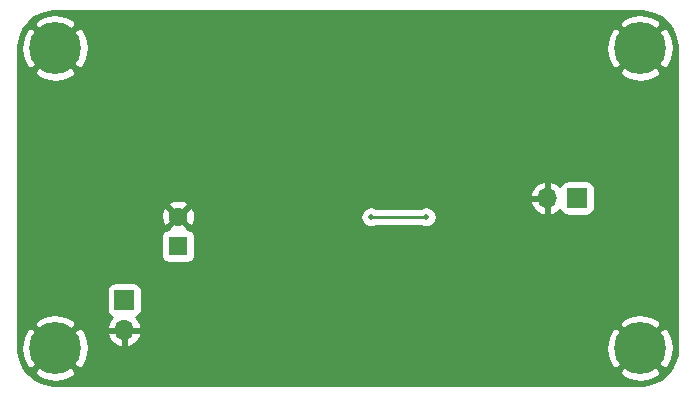
<source format=gbl>
%TF.GenerationSoftware,KiCad,Pcbnew,(5.1.12)-1*%
%TF.CreationDate,2022-02-19T00:27:12-08:00*%
%TF.ProjectId,powersupply,706f7765-7273-4757-9070-6c792e6b6963,1*%
%TF.SameCoordinates,Original*%
%TF.FileFunction,Copper,L2,Bot*%
%TF.FilePolarity,Positive*%
%FSLAX46Y46*%
G04 Gerber Fmt 4.6, Leading zero omitted, Abs format (unit mm)*
G04 Created by KiCad (PCBNEW (5.1.12)-1) date 2022-02-19 00:27:12*
%MOMM*%
%LPD*%
G01*
G04 APERTURE LIST*
%TA.AperFunction,ComponentPad*%
%ADD10C,4.399999*%
%TD*%
%TA.AperFunction,ComponentPad*%
%ADD11O,1.700000X1.700000*%
%TD*%
%TA.AperFunction,ComponentPad*%
%ADD12R,1.700000X1.700000*%
%TD*%
%TA.AperFunction,ComponentPad*%
%ADD13C,1.600000*%
%TD*%
%TA.AperFunction,ComponentPad*%
%ADD14R,1.600000X1.600000*%
%TD*%
%TA.AperFunction,ViaPad*%
%ADD15C,0.508000*%
%TD*%
%TA.AperFunction,Conductor*%
%ADD16C,0.152400*%
%TD*%
%TA.AperFunction,Conductor*%
%ADD17C,0.254000*%
%TD*%
%TA.AperFunction,Conductor*%
%ADD18C,0.100000*%
%TD*%
G04 APERTURE END LIST*
D10*
%TO.P,REF\u002A\u002A,1*%
%TO.N,GND*%
X171450000Y-117475000D03*
%TD*%
%TO.P,REF\u002A\u002A,1*%
%TO.N,GND*%
X121920000Y-117475000D03*
%TD*%
%TO.P,REF\u002A\u002A,1*%
%TO.N,GND*%
X121920000Y-92075000D03*
%TD*%
%TO.P,REF\u002A\u002A,1*%
%TO.N,GND*%
X171450000Y-92075000D03*
%TD*%
D11*
%TO.P,J2,2*%
%TO.N,GND*%
X163576000Y-104775000D03*
D12*
%TO.P,J2,1*%
%TO.N,Net-(C7-Pad1)*%
X166116000Y-104775000D03*
%TD*%
D11*
%TO.P,J1,2*%
%TO.N,GND*%
X127762000Y-115951000D03*
D12*
%TO.P,J1,1*%
%TO.N,Net-(C1-Pad1)*%
X127762000Y-113411000D03*
%TD*%
D13*
%TO.P,C1,2*%
%TO.N,GND*%
X132334000Y-106339000D03*
D14*
%TO.P,C1,1*%
%TO.N,Net-(C1-Pad1)*%
X132334000Y-108839000D03*
%TD*%
D15*
%TO.N,GND*%
X151130000Y-113411000D03*
X150368000Y-113411000D03*
X151892000Y-113411000D03*
X151892000Y-114173000D03*
X151130000Y-114173000D03*
X150368000Y-114173000D03*
X150622000Y-108331000D03*
X151638000Y-108331000D03*
X150622000Y-109093000D03*
X151638000Y-109093000D03*
X150622000Y-109855000D03*
X151638000Y-109855000D03*
X150622000Y-110617000D03*
X151638000Y-110617000D03*
X150622000Y-111379000D03*
X151638000Y-111379000D03*
%TO.N,Net-(C4-Pad2)*%
X148655000Y-106364000D03*
X153351000Y-106364000D03*
%TD*%
D16*
%TO.N,Net-(C4-Pad2)*%
X153351000Y-106364000D02*
X153351000Y-106364000D01*
D17*
X148655000Y-106364000D02*
X153351000Y-106364000D01*
%TD*%
%TO.N,GND*%
X121785717Y-88940088D02*
X121886353Y-88950000D01*
X171483647Y-88950000D01*
X171577956Y-88940711D01*
X172061222Y-88988096D01*
X172649164Y-89165606D01*
X173191436Y-89453937D01*
X173667364Y-89842094D01*
X174058845Y-90315314D01*
X174350951Y-90855552D01*
X174532563Y-91442244D01*
X174584943Y-91940616D01*
X174584912Y-91940718D01*
X174575000Y-92041354D01*
X174575001Y-117508647D01*
X174584289Y-117602951D01*
X174536904Y-118086221D01*
X174359394Y-118674164D01*
X174071063Y-119216436D01*
X173682906Y-119692364D01*
X173209686Y-120083845D01*
X172669449Y-120375950D01*
X172082756Y-120557563D01*
X171584386Y-120609943D01*
X171584283Y-120609912D01*
X171483647Y-120600000D01*
X121886353Y-120600000D01*
X121792044Y-120609289D01*
X121308779Y-120561904D01*
X120720836Y-120384394D01*
X120178564Y-120096063D01*
X119702636Y-119707906D01*
X119501501Y-119464774D01*
X120109831Y-119464774D01*
X120349977Y-119852017D01*
X120843877Y-120112640D01*
X121379132Y-120271899D01*
X121935173Y-120323676D01*
X122490630Y-120265979D01*
X123024159Y-120101027D01*
X123490023Y-119852017D01*
X123730169Y-119464774D01*
X169639831Y-119464774D01*
X169879977Y-119852017D01*
X170373877Y-120112640D01*
X170909132Y-120271899D01*
X171465173Y-120323676D01*
X172020630Y-120265979D01*
X172554159Y-120101027D01*
X173020023Y-119852017D01*
X173260169Y-119464774D01*
X171450000Y-117654605D01*
X169639831Y-119464774D01*
X123730169Y-119464774D01*
X121920000Y-117654605D01*
X120109831Y-119464774D01*
X119501501Y-119464774D01*
X119311155Y-119234686D01*
X119019050Y-118694449D01*
X118837437Y-118107756D01*
X118785057Y-117609386D01*
X118785088Y-117609283D01*
X118795000Y-117508647D01*
X118795000Y-117490173D01*
X119071324Y-117490173D01*
X119129021Y-118045630D01*
X119293973Y-118579159D01*
X119542983Y-119045023D01*
X119930226Y-119285169D01*
X121740395Y-117475000D01*
X122099605Y-117475000D01*
X123909774Y-119285169D01*
X124297017Y-119045023D01*
X124557640Y-118551123D01*
X124716899Y-118015868D01*
X124765850Y-117490173D01*
X168601324Y-117490173D01*
X168659021Y-118045630D01*
X168823973Y-118579159D01*
X169072983Y-119045023D01*
X169460226Y-119285169D01*
X171270395Y-117475000D01*
X171629605Y-117475000D01*
X173439774Y-119285169D01*
X173827017Y-119045023D01*
X174087640Y-118551123D01*
X174246899Y-118015868D01*
X174298676Y-117459827D01*
X174240979Y-116904370D01*
X174076027Y-116370841D01*
X173827017Y-115904977D01*
X173439774Y-115664831D01*
X171629605Y-117475000D01*
X171270395Y-117475000D01*
X169460226Y-115664831D01*
X169072983Y-115904977D01*
X168812360Y-116398877D01*
X168653101Y-116934132D01*
X168601324Y-117490173D01*
X124765850Y-117490173D01*
X124768676Y-117459827D01*
X124710979Y-116904370D01*
X124546027Y-116370841D01*
X124512379Y-116307890D01*
X126320524Y-116307890D01*
X126365175Y-116455099D01*
X126490359Y-116717920D01*
X126664412Y-116951269D01*
X126880645Y-117146178D01*
X127130748Y-117295157D01*
X127405109Y-117392481D01*
X127635000Y-117271814D01*
X127635000Y-116078000D01*
X127889000Y-116078000D01*
X127889000Y-117271814D01*
X128118891Y-117392481D01*
X128393252Y-117295157D01*
X128643355Y-117146178D01*
X128859588Y-116951269D01*
X129033641Y-116717920D01*
X129158825Y-116455099D01*
X129203476Y-116307890D01*
X129082155Y-116078000D01*
X127889000Y-116078000D01*
X127635000Y-116078000D01*
X126441845Y-116078000D01*
X126320524Y-116307890D01*
X124512379Y-116307890D01*
X124297017Y-115904977D01*
X123909774Y-115664831D01*
X122099605Y-117475000D01*
X121740395Y-117475000D01*
X119930226Y-115664831D01*
X119542983Y-115904977D01*
X119282360Y-116398877D01*
X119123101Y-116934132D01*
X119071324Y-117490173D01*
X118795000Y-117490173D01*
X118795000Y-115485226D01*
X120109831Y-115485226D01*
X121920000Y-117295395D01*
X123730169Y-115485226D01*
X123490023Y-115097983D01*
X122996123Y-114837360D01*
X122460868Y-114678101D01*
X121904827Y-114626324D01*
X121349370Y-114684021D01*
X120815841Y-114848973D01*
X120349977Y-115097983D01*
X120109831Y-115485226D01*
X118795000Y-115485226D01*
X118795000Y-112561000D01*
X126273928Y-112561000D01*
X126273928Y-114261000D01*
X126286188Y-114385482D01*
X126322498Y-114505180D01*
X126381463Y-114615494D01*
X126460815Y-114712185D01*
X126557506Y-114791537D01*
X126667820Y-114850502D01*
X126748466Y-114874966D01*
X126664412Y-114950731D01*
X126490359Y-115184080D01*
X126365175Y-115446901D01*
X126320524Y-115594110D01*
X126441845Y-115824000D01*
X127635000Y-115824000D01*
X127635000Y-115804000D01*
X127889000Y-115804000D01*
X127889000Y-115824000D01*
X129082155Y-115824000D01*
X129203476Y-115594110D01*
X129170450Y-115485226D01*
X169639831Y-115485226D01*
X171450000Y-117295395D01*
X173260169Y-115485226D01*
X173020023Y-115097983D01*
X172526123Y-114837360D01*
X171990868Y-114678101D01*
X171434827Y-114626324D01*
X170879370Y-114684021D01*
X170345841Y-114848973D01*
X169879977Y-115097983D01*
X169639831Y-115485226D01*
X129170450Y-115485226D01*
X129158825Y-115446901D01*
X129033641Y-115184080D01*
X128859588Y-114950731D01*
X128775534Y-114874966D01*
X128856180Y-114850502D01*
X128966494Y-114791537D01*
X129063185Y-114712185D01*
X129142537Y-114615494D01*
X129201502Y-114505180D01*
X129237812Y-114385482D01*
X129250072Y-114261000D01*
X129250072Y-112561000D01*
X129237812Y-112436518D01*
X129201502Y-112316820D01*
X129142537Y-112206506D01*
X129063185Y-112109815D01*
X128966494Y-112030463D01*
X128856180Y-111971498D01*
X128736482Y-111935188D01*
X128612000Y-111922928D01*
X126912000Y-111922928D01*
X126787518Y-111935188D01*
X126667820Y-111971498D01*
X126557506Y-112030463D01*
X126460815Y-112109815D01*
X126381463Y-112206506D01*
X126322498Y-112316820D01*
X126286188Y-112436518D01*
X126273928Y-112561000D01*
X118795000Y-112561000D01*
X118795000Y-108039000D01*
X130895928Y-108039000D01*
X130895928Y-109639000D01*
X130908188Y-109763482D01*
X130944498Y-109883180D01*
X131003463Y-109993494D01*
X131082815Y-110090185D01*
X131179506Y-110169537D01*
X131289820Y-110228502D01*
X131409518Y-110264812D01*
X131534000Y-110277072D01*
X133134000Y-110277072D01*
X133258482Y-110264812D01*
X133378180Y-110228502D01*
X133488494Y-110169537D01*
X133585185Y-110090185D01*
X133664537Y-109993494D01*
X133723502Y-109883180D01*
X133759812Y-109763482D01*
X133772072Y-109639000D01*
X133772072Y-108039000D01*
X133759812Y-107914518D01*
X133723502Y-107794820D01*
X133664537Y-107684506D01*
X133585185Y-107587815D01*
X133488494Y-107508463D01*
X133378180Y-107449498D01*
X133258482Y-107413188D01*
X133134000Y-107400928D01*
X133126785Y-107400928D01*
X133147097Y-107331702D01*
X132334000Y-106518605D01*
X131520903Y-107331702D01*
X131541215Y-107400928D01*
X131534000Y-107400928D01*
X131409518Y-107413188D01*
X131289820Y-107449498D01*
X131179506Y-107508463D01*
X131082815Y-107587815D01*
X131003463Y-107684506D01*
X130944498Y-107794820D01*
X130908188Y-107914518D01*
X130895928Y-108039000D01*
X118795000Y-108039000D01*
X118795000Y-106409512D01*
X130893783Y-106409512D01*
X130935213Y-106689130D01*
X131030397Y-106955292D01*
X131097329Y-107080514D01*
X131341298Y-107152097D01*
X132154395Y-106339000D01*
X132513605Y-106339000D01*
X133326702Y-107152097D01*
X133570671Y-107080514D01*
X133691571Y-106825004D01*
X133760300Y-106550816D01*
X133773824Y-106276441D01*
X147766000Y-106276441D01*
X147766000Y-106451559D01*
X147800164Y-106623312D01*
X147867179Y-106785099D01*
X147964469Y-106930704D01*
X148088296Y-107054531D01*
X148233901Y-107151821D01*
X148395688Y-107218836D01*
X148567441Y-107253000D01*
X148742559Y-107253000D01*
X148914312Y-107218836D01*
X149076099Y-107151821D01*
X149114743Y-107126000D01*
X152891257Y-107126000D01*
X152929901Y-107151821D01*
X153091688Y-107218836D01*
X153263441Y-107253000D01*
X153438559Y-107253000D01*
X153610312Y-107218836D01*
X153772099Y-107151821D01*
X153917704Y-107054531D01*
X154041531Y-106930704D01*
X154138821Y-106785099D01*
X154205836Y-106623312D01*
X154240000Y-106451559D01*
X154240000Y-106276441D01*
X154205836Y-106104688D01*
X154138821Y-105942901D01*
X154041531Y-105797296D01*
X153917704Y-105673469D01*
X153772099Y-105576179D01*
X153610312Y-105509164D01*
X153438559Y-105475000D01*
X153263441Y-105475000D01*
X153091688Y-105509164D01*
X152929901Y-105576179D01*
X152891257Y-105602000D01*
X149114743Y-105602000D01*
X149076099Y-105576179D01*
X148914312Y-105509164D01*
X148742559Y-105475000D01*
X148567441Y-105475000D01*
X148395688Y-105509164D01*
X148233901Y-105576179D01*
X148088296Y-105673469D01*
X147964469Y-105797296D01*
X147867179Y-105942901D01*
X147800164Y-106104688D01*
X147766000Y-106276441D01*
X133773824Y-106276441D01*
X133774217Y-106268488D01*
X133732787Y-105988870D01*
X133637603Y-105722708D01*
X133570671Y-105597486D01*
X133326702Y-105525903D01*
X132513605Y-106339000D01*
X132154395Y-106339000D01*
X131341298Y-105525903D01*
X131097329Y-105597486D01*
X130976429Y-105852996D01*
X130907700Y-106127184D01*
X130893783Y-106409512D01*
X118795000Y-106409512D01*
X118795000Y-105346298D01*
X131520903Y-105346298D01*
X132334000Y-106159395D01*
X133147097Y-105346298D01*
X133084188Y-105131891D01*
X162134519Y-105131891D01*
X162231843Y-105406252D01*
X162380822Y-105656355D01*
X162575731Y-105872588D01*
X162809080Y-106046641D01*
X163071901Y-106171825D01*
X163219110Y-106216476D01*
X163449000Y-106095155D01*
X163449000Y-104902000D01*
X162255186Y-104902000D01*
X162134519Y-105131891D01*
X133084188Y-105131891D01*
X133075514Y-105102329D01*
X132820004Y-104981429D01*
X132545816Y-104912700D01*
X132263488Y-104898783D01*
X131983870Y-104940213D01*
X131717708Y-105035397D01*
X131592486Y-105102329D01*
X131520903Y-105346298D01*
X118795000Y-105346298D01*
X118795000Y-104418109D01*
X162134519Y-104418109D01*
X162255186Y-104648000D01*
X163449000Y-104648000D01*
X163449000Y-103454845D01*
X163703000Y-103454845D01*
X163703000Y-104648000D01*
X163723000Y-104648000D01*
X163723000Y-104902000D01*
X163703000Y-104902000D01*
X163703000Y-106095155D01*
X163932890Y-106216476D01*
X164080099Y-106171825D01*
X164342920Y-106046641D01*
X164576269Y-105872588D01*
X164652034Y-105788534D01*
X164676498Y-105869180D01*
X164735463Y-105979494D01*
X164814815Y-106076185D01*
X164911506Y-106155537D01*
X165021820Y-106214502D01*
X165141518Y-106250812D01*
X165266000Y-106263072D01*
X166966000Y-106263072D01*
X167090482Y-106250812D01*
X167210180Y-106214502D01*
X167320494Y-106155537D01*
X167417185Y-106076185D01*
X167496537Y-105979494D01*
X167555502Y-105869180D01*
X167591812Y-105749482D01*
X167604072Y-105625000D01*
X167604072Y-103925000D01*
X167591812Y-103800518D01*
X167555502Y-103680820D01*
X167496537Y-103570506D01*
X167417185Y-103473815D01*
X167320494Y-103394463D01*
X167210180Y-103335498D01*
X167090482Y-103299188D01*
X166966000Y-103286928D01*
X165266000Y-103286928D01*
X165141518Y-103299188D01*
X165021820Y-103335498D01*
X164911506Y-103394463D01*
X164814815Y-103473815D01*
X164735463Y-103570506D01*
X164676498Y-103680820D01*
X164652034Y-103761466D01*
X164576269Y-103677412D01*
X164342920Y-103503359D01*
X164080099Y-103378175D01*
X163932890Y-103333524D01*
X163703000Y-103454845D01*
X163449000Y-103454845D01*
X163219110Y-103333524D01*
X163071901Y-103378175D01*
X162809080Y-103503359D01*
X162575731Y-103677412D01*
X162380822Y-103893645D01*
X162231843Y-104143748D01*
X162134519Y-104418109D01*
X118795000Y-104418109D01*
X118795000Y-94064774D01*
X120109831Y-94064774D01*
X120349977Y-94452017D01*
X120843877Y-94712640D01*
X121379132Y-94871899D01*
X121935173Y-94923676D01*
X122490630Y-94865979D01*
X123024159Y-94701027D01*
X123490023Y-94452017D01*
X123730169Y-94064774D01*
X169639831Y-94064774D01*
X169879977Y-94452017D01*
X170373877Y-94712640D01*
X170909132Y-94871899D01*
X171465173Y-94923676D01*
X172020630Y-94865979D01*
X172554159Y-94701027D01*
X173020023Y-94452017D01*
X173260169Y-94064774D01*
X171450000Y-92254605D01*
X169639831Y-94064774D01*
X123730169Y-94064774D01*
X121920000Y-92254605D01*
X120109831Y-94064774D01*
X118795000Y-94064774D01*
X118795000Y-92090173D01*
X119071324Y-92090173D01*
X119129021Y-92645630D01*
X119293973Y-93179159D01*
X119542983Y-93645023D01*
X119930226Y-93885169D01*
X121740395Y-92075000D01*
X122099605Y-92075000D01*
X123909774Y-93885169D01*
X124297017Y-93645023D01*
X124557640Y-93151123D01*
X124716899Y-92615868D01*
X124765850Y-92090173D01*
X168601324Y-92090173D01*
X168659021Y-92645630D01*
X168823973Y-93179159D01*
X169072983Y-93645023D01*
X169460226Y-93885169D01*
X171270395Y-92075000D01*
X171629605Y-92075000D01*
X173439774Y-93885169D01*
X173827017Y-93645023D01*
X174087640Y-93151123D01*
X174246899Y-92615868D01*
X174298676Y-92059827D01*
X174240979Y-91504370D01*
X174076027Y-90970841D01*
X173827017Y-90504977D01*
X173439774Y-90264831D01*
X171629605Y-92075000D01*
X171270395Y-92075000D01*
X169460226Y-90264831D01*
X169072983Y-90504977D01*
X168812360Y-90998877D01*
X168653101Y-91534132D01*
X168601324Y-92090173D01*
X124765850Y-92090173D01*
X124768676Y-92059827D01*
X124710979Y-91504370D01*
X124546027Y-90970841D01*
X124297017Y-90504977D01*
X123909774Y-90264831D01*
X122099605Y-92075000D01*
X121740395Y-92075000D01*
X119930226Y-90264831D01*
X119542983Y-90504977D01*
X119282360Y-90998877D01*
X119123101Y-91534132D01*
X119071324Y-92090173D01*
X118795000Y-92090173D01*
X118795000Y-92041353D01*
X118785711Y-91947044D01*
X118833096Y-91463778D01*
X119010606Y-90875836D01*
X119298937Y-90333564D01*
X119501476Y-90085226D01*
X120109831Y-90085226D01*
X121920000Y-91895395D01*
X123730169Y-90085226D01*
X169639831Y-90085226D01*
X171450000Y-91895395D01*
X173260169Y-90085226D01*
X173020023Y-89697983D01*
X172526123Y-89437360D01*
X171990868Y-89278101D01*
X171434827Y-89226324D01*
X170879370Y-89284021D01*
X170345841Y-89448973D01*
X169879977Y-89697983D01*
X169639831Y-90085226D01*
X123730169Y-90085226D01*
X123490023Y-89697983D01*
X122996123Y-89437360D01*
X122460868Y-89278101D01*
X121904827Y-89226324D01*
X121349370Y-89284021D01*
X120815841Y-89448973D01*
X120349977Y-89697983D01*
X120109831Y-90085226D01*
X119501476Y-90085226D01*
X119687094Y-89857636D01*
X120160314Y-89466155D01*
X120700552Y-89174049D01*
X121287244Y-88992437D01*
X121785616Y-88940057D01*
X121785717Y-88940088D01*
%TA.AperFunction,Conductor*%
D18*
G36*
X121785717Y-88940088D02*
G01*
X121886353Y-88950000D01*
X171483647Y-88950000D01*
X171577956Y-88940711D01*
X172061222Y-88988096D01*
X172649164Y-89165606D01*
X173191436Y-89453937D01*
X173667364Y-89842094D01*
X174058845Y-90315314D01*
X174350951Y-90855552D01*
X174532563Y-91442244D01*
X174584943Y-91940616D01*
X174584912Y-91940718D01*
X174575000Y-92041354D01*
X174575001Y-117508647D01*
X174584289Y-117602951D01*
X174536904Y-118086221D01*
X174359394Y-118674164D01*
X174071063Y-119216436D01*
X173682906Y-119692364D01*
X173209686Y-120083845D01*
X172669449Y-120375950D01*
X172082756Y-120557563D01*
X171584386Y-120609943D01*
X171584283Y-120609912D01*
X171483647Y-120600000D01*
X121886353Y-120600000D01*
X121792044Y-120609289D01*
X121308779Y-120561904D01*
X120720836Y-120384394D01*
X120178564Y-120096063D01*
X119702636Y-119707906D01*
X119501501Y-119464774D01*
X120109831Y-119464774D01*
X120349977Y-119852017D01*
X120843877Y-120112640D01*
X121379132Y-120271899D01*
X121935173Y-120323676D01*
X122490630Y-120265979D01*
X123024159Y-120101027D01*
X123490023Y-119852017D01*
X123730169Y-119464774D01*
X169639831Y-119464774D01*
X169879977Y-119852017D01*
X170373877Y-120112640D01*
X170909132Y-120271899D01*
X171465173Y-120323676D01*
X172020630Y-120265979D01*
X172554159Y-120101027D01*
X173020023Y-119852017D01*
X173260169Y-119464774D01*
X171450000Y-117654605D01*
X169639831Y-119464774D01*
X123730169Y-119464774D01*
X121920000Y-117654605D01*
X120109831Y-119464774D01*
X119501501Y-119464774D01*
X119311155Y-119234686D01*
X119019050Y-118694449D01*
X118837437Y-118107756D01*
X118785057Y-117609386D01*
X118785088Y-117609283D01*
X118795000Y-117508647D01*
X118795000Y-117490173D01*
X119071324Y-117490173D01*
X119129021Y-118045630D01*
X119293973Y-118579159D01*
X119542983Y-119045023D01*
X119930226Y-119285169D01*
X121740395Y-117475000D01*
X122099605Y-117475000D01*
X123909774Y-119285169D01*
X124297017Y-119045023D01*
X124557640Y-118551123D01*
X124716899Y-118015868D01*
X124765850Y-117490173D01*
X168601324Y-117490173D01*
X168659021Y-118045630D01*
X168823973Y-118579159D01*
X169072983Y-119045023D01*
X169460226Y-119285169D01*
X171270395Y-117475000D01*
X171629605Y-117475000D01*
X173439774Y-119285169D01*
X173827017Y-119045023D01*
X174087640Y-118551123D01*
X174246899Y-118015868D01*
X174298676Y-117459827D01*
X174240979Y-116904370D01*
X174076027Y-116370841D01*
X173827017Y-115904977D01*
X173439774Y-115664831D01*
X171629605Y-117475000D01*
X171270395Y-117475000D01*
X169460226Y-115664831D01*
X169072983Y-115904977D01*
X168812360Y-116398877D01*
X168653101Y-116934132D01*
X168601324Y-117490173D01*
X124765850Y-117490173D01*
X124768676Y-117459827D01*
X124710979Y-116904370D01*
X124546027Y-116370841D01*
X124512379Y-116307890D01*
X126320524Y-116307890D01*
X126365175Y-116455099D01*
X126490359Y-116717920D01*
X126664412Y-116951269D01*
X126880645Y-117146178D01*
X127130748Y-117295157D01*
X127405109Y-117392481D01*
X127635000Y-117271814D01*
X127635000Y-116078000D01*
X127889000Y-116078000D01*
X127889000Y-117271814D01*
X128118891Y-117392481D01*
X128393252Y-117295157D01*
X128643355Y-117146178D01*
X128859588Y-116951269D01*
X129033641Y-116717920D01*
X129158825Y-116455099D01*
X129203476Y-116307890D01*
X129082155Y-116078000D01*
X127889000Y-116078000D01*
X127635000Y-116078000D01*
X126441845Y-116078000D01*
X126320524Y-116307890D01*
X124512379Y-116307890D01*
X124297017Y-115904977D01*
X123909774Y-115664831D01*
X122099605Y-117475000D01*
X121740395Y-117475000D01*
X119930226Y-115664831D01*
X119542983Y-115904977D01*
X119282360Y-116398877D01*
X119123101Y-116934132D01*
X119071324Y-117490173D01*
X118795000Y-117490173D01*
X118795000Y-115485226D01*
X120109831Y-115485226D01*
X121920000Y-117295395D01*
X123730169Y-115485226D01*
X123490023Y-115097983D01*
X122996123Y-114837360D01*
X122460868Y-114678101D01*
X121904827Y-114626324D01*
X121349370Y-114684021D01*
X120815841Y-114848973D01*
X120349977Y-115097983D01*
X120109831Y-115485226D01*
X118795000Y-115485226D01*
X118795000Y-112561000D01*
X126273928Y-112561000D01*
X126273928Y-114261000D01*
X126286188Y-114385482D01*
X126322498Y-114505180D01*
X126381463Y-114615494D01*
X126460815Y-114712185D01*
X126557506Y-114791537D01*
X126667820Y-114850502D01*
X126748466Y-114874966D01*
X126664412Y-114950731D01*
X126490359Y-115184080D01*
X126365175Y-115446901D01*
X126320524Y-115594110D01*
X126441845Y-115824000D01*
X127635000Y-115824000D01*
X127635000Y-115804000D01*
X127889000Y-115804000D01*
X127889000Y-115824000D01*
X129082155Y-115824000D01*
X129203476Y-115594110D01*
X129170450Y-115485226D01*
X169639831Y-115485226D01*
X171450000Y-117295395D01*
X173260169Y-115485226D01*
X173020023Y-115097983D01*
X172526123Y-114837360D01*
X171990868Y-114678101D01*
X171434827Y-114626324D01*
X170879370Y-114684021D01*
X170345841Y-114848973D01*
X169879977Y-115097983D01*
X169639831Y-115485226D01*
X129170450Y-115485226D01*
X129158825Y-115446901D01*
X129033641Y-115184080D01*
X128859588Y-114950731D01*
X128775534Y-114874966D01*
X128856180Y-114850502D01*
X128966494Y-114791537D01*
X129063185Y-114712185D01*
X129142537Y-114615494D01*
X129201502Y-114505180D01*
X129237812Y-114385482D01*
X129250072Y-114261000D01*
X129250072Y-112561000D01*
X129237812Y-112436518D01*
X129201502Y-112316820D01*
X129142537Y-112206506D01*
X129063185Y-112109815D01*
X128966494Y-112030463D01*
X128856180Y-111971498D01*
X128736482Y-111935188D01*
X128612000Y-111922928D01*
X126912000Y-111922928D01*
X126787518Y-111935188D01*
X126667820Y-111971498D01*
X126557506Y-112030463D01*
X126460815Y-112109815D01*
X126381463Y-112206506D01*
X126322498Y-112316820D01*
X126286188Y-112436518D01*
X126273928Y-112561000D01*
X118795000Y-112561000D01*
X118795000Y-108039000D01*
X130895928Y-108039000D01*
X130895928Y-109639000D01*
X130908188Y-109763482D01*
X130944498Y-109883180D01*
X131003463Y-109993494D01*
X131082815Y-110090185D01*
X131179506Y-110169537D01*
X131289820Y-110228502D01*
X131409518Y-110264812D01*
X131534000Y-110277072D01*
X133134000Y-110277072D01*
X133258482Y-110264812D01*
X133378180Y-110228502D01*
X133488494Y-110169537D01*
X133585185Y-110090185D01*
X133664537Y-109993494D01*
X133723502Y-109883180D01*
X133759812Y-109763482D01*
X133772072Y-109639000D01*
X133772072Y-108039000D01*
X133759812Y-107914518D01*
X133723502Y-107794820D01*
X133664537Y-107684506D01*
X133585185Y-107587815D01*
X133488494Y-107508463D01*
X133378180Y-107449498D01*
X133258482Y-107413188D01*
X133134000Y-107400928D01*
X133126785Y-107400928D01*
X133147097Y-107331702D01*
X132334000Y-106518605D01*
X131520903Y-107331702D01*
X131541215Y-107400928D01*
X131534000Y-107400928D01*
X131409518Y-107413188D01*
X131289820Y-107449498D01*
X131179506Y-107508463D01*
X131082815Y-107587815D01*
X131003463Y-107684506D01*
X130944498Y-107794820D01*
X130908188Y-107914518D01*
X130895928Y-108039000D01*
X118795000Y-108039000D01*
X118795000Y-106409512D01*
X130893783Y-106409512D01*
X130935213Y-106689130D01*
X131030397Y-106955292D01*
X131097329Y-107080514D01*
X131341298Y-107152097D01*
X132154395Y-106339000D01*
X132513605Y-106339000D01*
X133326702Y-107152097D01*
X133570671Y-107080514D01*
X133691571Y-106825004D01*
X133760300Y-106550816D01*
X133773824Y-106276441D01*
X147766000Y-106276441D01*
X147766000Y-106451559D01*
X147800164Y-106623312D01*
X147867179Y-106785099D01*
X147964469Y-106930704D01*
X148088296Y-107054531D01*
X148233901Y-107151821D01*
X148395688Y-107218836D01*
X148567441Y-107253000D01*
X148742559Y-107253000D01*
X148914312Y-107218836D01*
X149076099Y-107151821D01*
X149114743Y-107126000D01*
X152891257Y-107126000D01*
X152929901Y-107151821D01*
X153091688Y-107218836D01*
X153263441Y-107253000D01*
X153438559Y-107253000D01*
X153610312Y-107218836D01*
X153772099Y-107151821D01*
X153917704Y-107054531D01*
X154041531Y-106930704D01*
X154138821Y-106785099D01*
X154205836Y-106623312D01*
X154240000Y-106451559D01*
X154240000Y-106276441D01*
X154205836Y-106104688D01*
X154138821Y-105942901D01*
X154041531Y-105797296D01*
X153917704Y-105673469D01*
X153772099Y-105576179D01*
X153610312Y-105509164D01*
X153438559Y-105475000D01*
X153263441Y-105475000D01*
X153091688Y-105509164D01*
X152929901Y-105576179D01*
X152891257Y-105602000D01*
X149114743Y-105602000D01*
X149076099Y-105576179D01*
X148914312Y-105509164D01*
X148742559Y-105475000D01*
X148567441Y-105475000D01*
X148395688Y-105509164D01*
X148233901Y-105576179D01*
X148088296Y-105673469D01*
X147964469Y-105797296D01*
X147867179Y-105942901D01*
X147800164Y-106104688D01*
X147766000Y-106276441D01*
X133773824Y-106276441D01*
X133774217Y-106268488D01*
X133732787Y-105988870D01*
X133637603Y-105722708D01*
X133570671Y-105597486D01*
X133326702Y-105525903D01*
X132513605Y-106339000D01*
X132154395Y-106339000D01*
X131341298Y-105525903D01*
X131097329Y-105597486D01*
X130976429Y-105852996D01*
X130907700Y-106127184D01*
X130893783Y-106409512D01*
X118795000Y-106409512D01*
X118795000Y-105346298D01*
X131520903Y-105346298D01*
X132334000Y-106159395D01*
X133147097Y-105346298D01*
X133084188Y-105131891D01*
X162134519Y-105131891D01*
X162231843Y-105406252D01*
X162380822Y-105656355D01*
X162575731Y-105872588D01*
X162809080Y-106046641D01*
X163071901Y-106171825D01*
X163219110Y-106216476D01*
X163449000Y-106095155D01*
X163449000Y-104902000D01*
X162255186Y-104902000D01*
X162134519Y-105131891D01*
X133084188Y-105131891D01*
X133075514Y-105102329D01*
X132820004Y-104981429D01*
X132545816Y-104912700D01*
X132263488Y-104898783D01*
X131983870Y-104940213D01*
X131717708Y-105035397D01*
X131592486Y-105102329D01*
X131520903Y-105346298D01*
X118795000Y-105346298D01*
X118795000Y-104418109D01*
X162134519Y-104418109D01*
X162255186Y-104648000D01*
X163449000Y-104648000D01*
X163449000Y-103454845D01*
X163703000Y-103454845D01*
X163703000Y-104648000D01*
X163723000Y-104648000D01*
X163723000Y-104902000D01*
X163703000Y-104902000D01*
X163703000Y-106095155D01*
X163932890Y-106216476D01*
X164080099Y-106171825D01*
X164342920Y-106046641D01*
X164576269Y-105872588D01*
X164652034Y-105788534D01*
X164676498Y-105869180D01*
X164735463Y-105979494D01*
X164814815Y-106076185D01*
X164911506Y-106155537D01*
X165021820Y-106214502D01*
X165141518Y-106250812D01*
X165266000Y-106263072D01*
X166966000Y-106263072D01*
X167090482Y-106250812D01*
X167210180Y-106214502D01*
X167320494Y-106155537D01*
X167417185Y-106076185D01*
X167496537Y-105979494D01*
X167555502Y-105869180D01*
X167591812Y-105749482D01*
X167604072Y-105625000D01*
X167604072Y-103925000D01*
X167591812Y-103800518D01*
X167555502Y-103680820D01*
X167496537Y-103570506D01*
X167417185Y-103473815D01*
X167320494Y-103394463D01*
X167210180Y-103335498D01*
X167090482Y-103299188D01*
X166966000Y-103286928D01*
X165266000Y-103286928D01*
X165141518Y-103299188D01*
X165021820Y-103335498D01*
X164911506Y-103394463D01*
X164814815Y-103473815D01*
X164735463Y-103570506D01*
X164676498Y-103680820D01*
X164652034Y-103761466D01*
X164576269Y-103677412D01*
X164342920Y-103503359D01*
X164080099Y-103378175D01*
X163932890Y-103333524D01*
X163703000Y-103454845D01*
X163449000Y-103454845D01*
X163219110Y-103333524D01*
X163071901Y-103378175D01*
X162809080Y-103503359D01*
X162575731Y-103677412D01*
X162380822Y-103893645D01*
X162231843Y-104143748D01*
X162134519Y-104418109D01*
X118795000Y-104418109D01*
X118795000Y-94064774D01*
X120109831Y-94064774D01*
X120349977Y-94452017D01*
X120843877Y-94712640D01*
X121379132Y-94871899D01*
X121935173Y-94923676D01*
X122490630Y-94865979D01*
X123024159Y-94701027D01*
X123490023Y-94452017D01*
X123730169Y-94064774D01*
X169639831Y-94064774D01*
X169879977Y-94452017D01*
X170373877Y-94712640D01*
X170909132Y-94871899D01*
X171465173Y-94923676D01*
X172020630Y-94865979D01*
X172554159Y-94701027D01*
X173020023Y-94452017D01*
X173260169Y-94064774D01*
X171450000Y-92254605D01*
X169639831Y-94064774D01*
X123730169Y-94064774D01*
X121920000Y-92254605D01*
X120109831Y-94064774D01*
X118795000Y-94064774D01*
X118795000Y-92090173D01*
X119071324Y-92090173D01*
X119129021Y-92645630D01*
X119293973Y-93179159D01*
X119542983Y-93645023D01*
X119930226Y-93885169D01*
X121740395Y-92075000D01*
X122099605Y-92075000D01*
X123909774Y-93885169D01*
X124297017Y-93645023D01*
X124557640Y-93151123D01*
X124716899Y-92615868D01*
X124765850Y-92090173D01*
X168601324Y-92090173D01*
X168659021Y-92645630D01*
X168823973Y-93179159D01*
X169072983Y-93645023D01*
X169460226Y-93885169D01*
X171270395Y-92075000D01*
X171629605Y-92075000D01*
X173439774Y-93885169D01*
X173827017Y-93645023D01*
X174087640Y-93151123D01*
X174246899Y-92615868D01*
X174298676Y-92059827D01*
X174240979Y-91504370D01*
X174076027Y-90970841D01*
X173827017Y-90504977D01*
X173439774Y-90264831D01*
X171629605Y-92075000D01*
X171270395Y-92075000D01*
X169460226Y-90264831D01*
X169072983Y-90504977D01*
X168812360Y-90998877D01*
X168653101Y-91534132D01*
X168601324Y-92090173D01*
X124765850Y-92090173D01*
X124768676Y-92059827D01*
X124710979Y-91504370D01*
X124546027Y-90970841D01*
X124297017Y-90504977D01*
X123909774Y-90264831D01*
X122099605Y-92075000D01*
X121740395Y-92075000D01*
X119930226Y-90264831D01*
X119542983Y-90504977D01*
X119282360Y-90998877D01*
X119123101Y-91534132D01*
X119071324Y-92090173D01*
X118795000Y-92090173D01*
X118795000Y-92041353D01*
X118785711Y-91947044D01*
X118833096Y-91463778D01*
X119010606Y-90875836D01*
X119298937Y-90333564D01*
X119501476Y-90085226D01*
X120109831Y-90085226D01*
X121920000Y-91895395D01*
X123730169Y-90085226D01*
X169639831Y-90085226D01*
X171450000Y-91895395D01*
X173260169Y-90085226D01*
X173020023Y-89697983D01*
X172526123Y-89437360D01*
X171990868Y-89278101D01*
X171434827Y-89226324D01*
X170879370Y-89284021D01*
X170345841Y-89448973D01*
X169879977Y-89697983D01*
X169639831Y-90085226D01*
X123730169Y-90085226D01*
X123490023Y-89697983D01*
X122996123Y-89437360D01*
X122460868Y-89278101D01*
X121904827Y-89226324D01*
X121349370Y-89284021D01*
X120815841Y-89448973D01*
X120349977Y-89697983D01*
X120109831Y-90085226D01*
X119501476Y-90085226D01*
X119687094Y-89857636D01*
X120160314Y-89466155D01*
X120700552Y-89174049D01*
X121287244Y-88992437D01*
X121785616Y-88940057D01*
X121785717Y-88940088D01*
G37*
%TD.AperFunction*%
%TD*%
M02*

</source>
